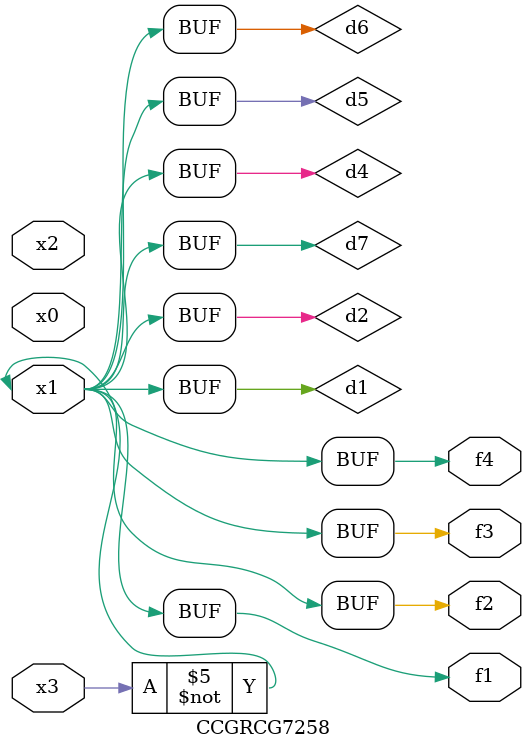
<source format=v>
module CCGRCG7258(
	input x0, x1, x2, x3,
	output f1, f2, f3, f4
);

	wire d1, d2, d3, d4, d5, d6, d7;

	not (d1, x3);
	buf (d2, x1);
	xnor (d3, d1, d2);
	nor (d4, d1);
	buf (d5, d1, d2);
	buf (d6, d4, d5);
	nand (d7, d4);
	assign f1 = d6;
	assign f2 = d7;
	assign f3 = d6;
	assign f4 = d6;
endmodule

</source>
